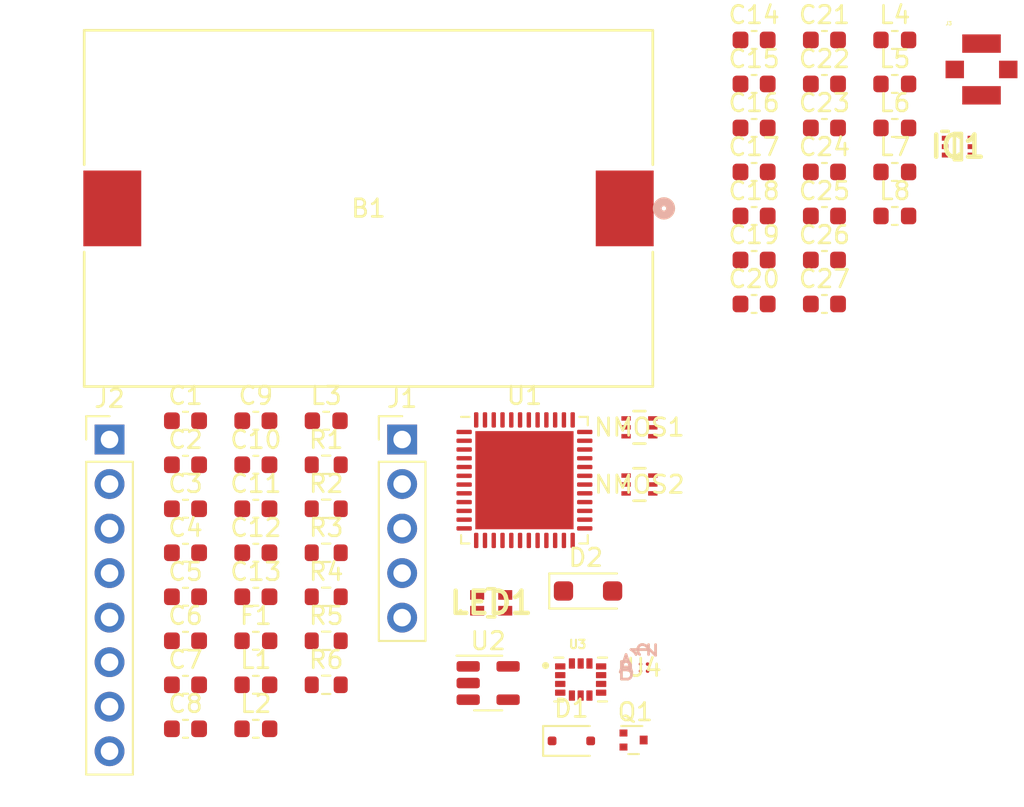
<source format=kicad_pcb>
(kicad_pcb (version 20221018) (generator pcbnew)
  (layers (0 "F.Cu" signal) (1 "In1.Cu" signal) (2 "In2.Cu" signal) (31 "B.Cu" signal) (34 "B.Paste" user) (35 "F.Paste" user) (36 "B.SilkS" user "B.Silkscreen") (37 "F.SilkS" user "F.Silkscreen") (38 "B.Mask" user) (39 "F.Mask" user) (44 "Edge.Cuts" user))
  (net 0 "")
  (net 1 "GND")
  (net 2 "+BATT")
  (net 3 "VDD")
  (net 4 "VDDA")
  (net 5 "/VDDRF1V55")
  (net 6 "VCC")
  (net 7 "/VR_PA")
  (net 8 "/RFI_N")
  (net 9 "/RFI_P")
  (net 10 "/RF/RF_RX")
  (net 11 "Net-(C19-Pad1)")
  (net 12 "/RFO_HP")
  (net 13 "Net-(C20-Pad1)")
  (net 14 "/RF/RF_HP_TX")
  (net 15 "Net-(IC1-RFC)")
  (net 16 "Net-(C23-Pad2)")
  (net 17 "Net-(C25-Pad1)")
  (net 18 "/RF_CTRL")
  (net 19 "/RF_nCTRL")
  (net 20 "+3V3")
  (net 21 "+3V0")
  (net 22 "/SWCLK")
  (net 23 "/SWDIO")
  (net 24 "/NRST")
  (net 27 "/SDA")
  (net 28 "/SCL")
  (net 29 "/UART_RX")
  (net 30 "/UART_TX")
  (net 31 "/VLXSMPS")
  (net 32 "Net-(U2-SW)")
  (net 33 "/LED_R")
  (net 34 "/LED_G")
  (net 35 "/LED_B")
  (net 36 "/MCU_LED_R")
  (net 37 "Net-(NMOS1-D2)")
  (net 38 "/MCU_LED_G")
  (net 39 "Net-(NMOS1-D1)")
  (net 40 "/MCU_LED_B")
  (net 41 "Net-(NMOS2-D1)")
  (net 47 "/MCU_FSYNC")
  (net 68 "/IMU_INT")
  (footprint "Inductor_SMD:L_0603_1608Metric" (layer "F.Cu") (at 27.691 55.823)
    (fp_text reference "L1" (at 0 -1.43) (layer "F.SilkS"))
    (fp_text value "15u")
    (fp_line (start -0.162779 -0.51) (end 0.162779 -0.51) (stroke (width 0.12)) (layer "F.SilkS"))
    (fp_line (start -0.162779 0.51) (end 0.162779 0.51) (stroke (width 0.12)) (layer "F.SilkS"))
    (pad "1" smd roundrect (at -0.7875 0) (size 0.875 0.95) (layers "F.Cu" "F.Paste" "F.Mask") (net 31 "/VLXSMPS"))
    (pad "2" smd roundrect (at 0.7875 0) (size 0.875 0.95) (layers "F.Cu" "F.Paste" "F.Mask") (net 5 "/VDDRF1V55"))
  )
  (footprint "EAST1616RGBB2:EAST1616RGBB2" (layer "F.Cu") (at 41.106 51.148)
    (fp_text reference "LED1" (at 0 0) (layer "F.SilkS") (effects (font (size 1.27 1.27) (thickness 0.254))))
    (fp_text value "EAST1616RGBB2" hide)
    (fp_line (start -1.8 0.45) (end -1.8 0.45) (stroke (width 0.1)) (layer "F.SilkS"))
    (fp_line (start -1.7 0.45) (end -1.7 0.45) (stroke (width 0.1)) (layer "F.SilkS"))
    (fp_line (start -0.2 -0.8) (end 0.2 -0.8) (stroke (width 0.2)) (layer "F.SilkS"))
    (fp_line (start -0.2 0.8) (end 0.2 0.8) (stroke (width 0.2)) (layer "F.SilkS"))
    (fp_arc (start -1.8 0.45) (mid -1.75 0.4) (end -1.7 0.45) (stroke (width 0.1)) (layer "F.SilkS"))
    (fp_arc (start -1.7 0.45) (mid -1.75 0.5) (end -1.8 0.45) (stroke (width 0.1)) (layer "F.SilkS"))
    (pad "1" smd rect (at -0.8 0.45 90) (size 0.55 0.8) (layers "F.Cu" "F.Paste" "F.Mask") (net 33 "/LED_R"))
    (pad "2" smd rect (at -0.8 -0.45 90) (size 0.55 0.8) (layers "F.Cu" "F.Paste" "F.Mask") (net 34 "/LED_G"))
    (pad "3" smd rect (at 0.8 -0.45 90) (size 0.55 0.8) (layers "F.Cu" "F.Paste" "F.Mask") (net 35 "/LED_B"))
    (pad "4" smd rect (at 0.8 0.45 90) (size 0.55 0.8) (layers "F.Cu" "F.Paste" "F.Mask") (net 6 "VCC"))
  )
  (footprint "Resistor_SMD:R_0603_1608Metric" (layer "F.Cu") (at 31.701 45.783)
    (fp_text reference "R2" (at 0 -1.43) (layer "F.SilkS"))
    (fp_text value "10K")
    (fp_line (start -0.237258 -0.5225) (end 0.237258 -0.5225) (stroke (width 0.12)) (layer "F.SilkS"))
    (fp_line (start -0.237258 0.5225) (end 0.237258 0.5225) (stroke (width 0.12)) (layer "F.SilkS"))
    (pad "1" smd roundrect (at -0.825 0) (size 0.8 0.95) (layers "F.Cu" "F.Paste" "F.Mask") (net 20 "+3V3"))
    (pad "2" smd roundrect (at 0.825 0) (size 0.8 0.95) (layers "F.Cu" "F.Paste" "F.Mask") (net 1 "GND"))
  )
  (footprint "Capacitor_SMD:C_0603_1608Metric" (layer "F.Cu") (at 23.681 43.273)
    (fp_text reference "C2" (at 0 -1.43) (layer "F.SilkS"))
    (fp_text value "0.1u")
    (fp_line (start -0.14058 -0.51) (end 0.14058 -0.51) (stroke (width 0.12)) (layer "F.SilkS"))
    (fp_line (start -0.14058 0.51) (end 0.14058 0.51) (stroke (width 0.12)) (layer "F.SilkS"))
    (pad "1" smd roundrect (at -0.775 0) (size 0.9 0.95) (layers "F.Cu" "F.Paste" "F.Mask") (net 3 "VDD"))
    (pad "2" smd roundrect (at 0.775 0) (size 0.9 0.95) (layers "F.Cu" "F.Paste" "F.Mask") (net 1 "GND"))
  )
  (footprint "Inductor_SMD:L_0603_1608Metric" (layer "F.Cu") (at 64.111 29.083)
    (fp_text reference "L8" (at 0 -1.43) (layer "F.SilkS"))
    (fp_text value "8.7n")
    (fp_line (start -0.162779 -0.51) (end 0.162779 -0.51) (stroke (width 0.12)) (layer "F.SilkS"))
    (fp_line (start -0.162779 0.51) (end 0.162779 0.51) (stroke (width 0.12)) (layer "F.SilkS"))
    (pad "1" smd roundrect (at -0.7875 0) (size 0.875 0.95) (layers "F.Cu" "F.Paste" "F.Mask") (net 16 "Net-(C23-Pad2)"))
    (pad "2" smd roundrect (at 0.7875 0) (size 0.875 0.95) (layers "F.Cu" "F.Paste" "F.Mask") (net 17 "Net-(C25-Pad1)"))
  )
  (footprint "Inductor_SMD:L_0603_1608Metric" (layer "F.Cu") (at 31.701 40.763)
    (fp_text reference "L3" (at 0 -1.43) (layer "F.SilkS"))
    (fp_text value "10u")
    (fp_line (start -0.162779 -0.51) (end 0.162779 -0.51) (stroke (width 0.12)) (layer "F.SilkS"))
    (fp_line (start -0.162779 0.51) (end 0.162779 0.51) (stroke (width 0.12)) (layer "F.SilkS"))
    (pad "1" smd roundrect (at -0.7875 0) (size 0.875 0.95) (layers "F.Cu" "F.Paste" "F.Mask") (net 3 "VDD"))
    (pad "2" smd roundrect (at 0.7875 0) (size 0.875 0.95) (layers "F.Cu" "F.Paste" "F.Mask") (net 4 "VDDA"))
  )
  (footprint "Capacitor_SMD:C_0603_1608Metric" (layer "F.Cu") (at 23.681 55.823)
    (fp_text reference "C7" (at 0 -1.43) (layer "F.SilkS"))
    (fp_text value "0.47u")
    (fp_line (start -0.14058 -0.51) (end 0.14058 -0.51) (stroke (width 0.12)) (layer "F.SilkS"))
    (fp_line (start -0.14058 0.51) (end 0.14058 0.51) (stroke (width 0.12)) (layer "F.SilkS"))
    (pad "1" smd roundrect (at -0.775 0) (size 0.9 0.95) (layers "F.Cu" "F.Paste" "F.Mask") (net 5 "/VDDRF1V55"))
    (pad "2" smd roundrect (at 0.775 0) (size 0.9 0.95) (layers "F.Cu" "F.Paste" "F.Mask") (net 1 "GND"))
  )
  (footprint "SSM6N44FE,LM:ES6" (layer "F.Cu") (at 49.5557 44.3989)
    (fp_text reference "NMOS2" (at 0 0 unlocked) (layer "F.SilkS"))
    (fp_text value "SSM6N44FE")
    (fp_line (start -0.335947 0.9271) (end 0.335947 0.9271) (stroke (width 0.1524)) (layer "F.SilkS"))
    (fp_line (start 0.335947 -0.9271) (end -0.335947 -0.9271) (stroke (width 0.1524)) (layer "F.SilkS"))
    (pad "1" smd rect (at -0.762 -0.508) (size 0.5334 0.254) (layers "F.Cu" "F.Paste" "F.Mask") (net 1 "GND"))
    (pad "2" smd rect (at -0.762 0) (size 0.5334 0.254) (layers "F.Cu" "F.Paste" "F.Mask") (net 40 "/MCU_LED_B"))
    (pad "3" smd rect (at -0.762 0.508) (size 0.5334 0.254) (layers "F.Cu" "F.Paste" "F.Mask") (net 19 "/RF_nCTRL"))
    (pad "4" smd rect (at 0.762 0.508) (size 0.5334 0.254) (layers "F.Cu" "F.Paste" "F.Mask") (net 1 "GND"))
    (pad "5" smd rect (at 0.762 0) (size 0.5334 0.254) (layers "F.Cu" "F.Paste" "F.Mask") (net 18 "/RF_CTRL"))
    (pad "6" smd rect (at 0.762 -0.508) (size 0.5334 0.254) (layers "F.Cu" "F.Paste" "F.Mask") (net 41 "Net-(NMOS2-D1)"))
  )
  (footprint "Inductor_SMD:L_0603_1608Metric" (layer "F.Cu") (at 64.111 26.573)
    (fp_text reference "L7" (at 0 -1.43) (layer "F.SilkS"))
    (fp_text value "8.2n")
    (fp_line (start -0.162779 -0.51) (end 0.162779 -0.51) (stroke (width 0.12)) (layer "F.SilkS"))
    (fp_line (start -0.162779 0.51) (end 0.162779 0.51) (stroke (width 0.12)) (layer "F.SilkS"))
    (pad "1" smd roundrect (at -0.7875 0) (size 0.875 0.95) (layers "F.Cu" "F.Paste" "F.Mask") (net 13 "Net-(C20-Pad1)"))
    (pad "2" smd roundrect (at 0.7875 0) (size 0.875 0.95) (layers "F.Cu" "F.Paste" "F.Mask") (net 14 "/RF/RF_HP_TX"))
  )
  (footprint "Inductor_SMD:L_0603_1608Metric" (layer "F.Cu") (at 64.111 24.063)
    (fp_text reference "L6" (at 0 -1.43) (layer "F.SilkS"))
    (fp_text value "10n")
    (fp_line (start -0.162779 -0.51) (end 0.162779 -0.51) (stroke (width 0.12)) (layer "F.SilkS"))
    (fp_line (start -0.162779 0.51) (end 0.162779 0.51) (stroke (width 0.12)) (layer "F.SilkS"))
    (pad "1" smd roundrect (at -0.7875 0) (size 0.875 0.95) (layers "F.Cu" "F.Paste" "F.Mask") (net 11 "Net-(C19-Pad1)"))
    (pad "2" smd roundrect (at 0.7875 0) (size 0.875 0.95) (layers "F.Cu" "F.Paste" "F.Mask") (net 13 "Net-(C20-Pad1)"))
  )
  (footprint "Connector_PinHeader_2.54mm:PinHeader_1x08_P2.54mm_Vertical" (layer "F.Cu") (at 19.351 41.833)
    (fp_text reference "J2" (at 0 -2.33) (layer "F.SilkS"))
    (fp_text value "Conn_01x08_Pin")
    (fp_line (start -1.33 -1.33) (end 0 -1.33) (stroke (width 0.12)) (layer "F.SilkS"))
    (fp_line (start -1.33 0) (end -1.33 -1.33) (stroke (width 0.12)) (layer "F.SilkS"))
    (fp_line (start -1.33 1.27) (end -1.33 19.11) (stroke (width 0.12)) (layer "F.SilkS"))
    (fp_line (start -1.33 1.27) (end 1.33 1.27) (stroke (width 0.12)) (layer "F.SilkS"))
    (fp_line (start -1.33 19.11) (end 1.33 19.11) (stroke (width 0.12)) (layer "F.SilkS"))
    (fp_line (start 1.33 1.27) (end 1.33 19.11) (stroke (width 0.12)) (layer "F.SilkS"))
    (pad "1" thru_hole rect (at 0 0) (size 1.7 1.7) (drill 1) (layers "*.Cu" "*.Mask") (net 1 "GND"))
    (pad "2" thru_hole oval (at 0 2.54) (size 1.7 1.7) (drill 1) (layers "*.Cu" "*.Mask") (net 1 "GND"))
    (pad "3" thru_hole oval (at 0 5.08) (size 1.7 1.7) (drill 1) (layers "*.Cu" "*.Mask"))
    (pad "4" thru_hole oval (at 0 7.62) (size 1.7 1.7) (drill 1) (layers "*.Cu" "*.Mask"))
    (pad "5" thru_hole oval (at 0 10.16) (size 1.7 1.7) (drill 1) (layers "*.Cu" "*.Mask") (net 27 "/SDA"))
    (pad "6" thru_hole oval (at 0 12.7) (size 1.7 1.7) (drill 1) (layers "*.Cu" "*.Mask") (net 28 "/SCL"))
    (pad "7" thru_hole oval (at 0 15.24) (size 1.7 1.7) (drill 1) (layers "*.Cu" "*.Mask") (net 29 "/UART_RX"))
    (pad "8" thru_hole oval (at 0 17.78) (size 1.7 1.7) (drill 1) (layers "*.Cu" "*.Mask") (net 30 "/UART_TX"))
  )
  (footprint "Capacitor_SMD:C_0603_1608Metric" (layer "F.Cu") (at 56.091 31.593)
    (fp_text reference "C19" (at 0 -1.43) (layer "F.SilkS"))
    (fp_text value "33p")
    (fp_line (start -0.14058 -0.51) (end 0.14058 -0.51) (stroke (width 0.12)) (layer "F.SilkS"))
    (fp_line (start -0.14058 0.51) (end 0.14058 0.51) (stroke (width 0.12)) (layer "F.SilkS"))
    (pad "1" smd roundrect (at -0.775 0) (size 0.9 0.95) (layers "F.Cu" "F.Paste" "F.Mask") (net 11 "Net-(C19-Pad1)"))
    (pad "2" smd roundrect (at 0.775 0) (size 0.9 0.95) (layers "F.Cu" "F.Paste" "F.Mask") (net 12 "/RFO_HP"))
  )
  (footprint "Resistor_SMD:R_0603_1608Metric" (layer "F.Cu") (at 31.701 50.803)
    (fp_text reference "R4" (at 0 -1.43) (layer "F.SilkS"))
    (fp_text value "220")
    (fp_line (start -0.237258 -0.5225) (end 0.237258 -0.5225) (stroke (width 0.12)) (layer "F.SilkS"))
    (fp_line (start -0.237258 0.5225) (end 0.237258 0.5225) (stroke (width 0.12)) (layer "F.SilkS"))
    (pad "1" smd roundrect (at -0.825 0) (size 0.8 0.95) (layers "F.Cu" "F.Paste" "F.Mask") (net 34 "/LED_G"))
    (pad "2" smd roundrect (at 0.825 0) (size 0.8 0.95) (layers "F.Cu" "F.Paste" "F.Mask") (net 37 "Net-(NMOS1-D2)"))
  )
  (footprint "Diode_SMD:D_SOD-123F" (layer "F.Cu") (at 46.626 50.473)
    (fp_text reference "D2" (at -0.127 -1.905) (layer "F.SilkS"))
    (fp_text value "D_Schottky")
    (fp_line (start -2.21 -1) (end -2.21 1) (stroke (width 0.12)) (layer "F.SilkS"))
    (fp_line (start -2.21 -1) (end 1.65 -1) (stroke (width 0.12)) (layer "F.SilkS"))
    (fp_line (start -2.21 1) (end 1.65 1) (stroke (width 0.12)) (layer "F.SilkS"))
    (pad "1" smd roundrect (at -1.4 0) (size 1.1 1.1) (layers "F.Cu" "F.Paste" "F.Mask") (roundrect_rratio 0.2272727273) (net 6 "VCC"))
    (pad "2" smd roundrect (at 1.4 0) (size 1.1 1.1) (layers "F.Cu" "F.Paste" "F.Mask") (roundrect_rratio 0.2272727273) (net 20 "+3V3"))
  )
  (footprint "Capacitor_SMD:C_0603_1608Metric" (layer "F.Cu") (at 60.101 29.083)
    (fp_text reference "C25" (at 0 -1.43) (layer "F.SilkS"))
    (fp_text value "3.3p")
    (fp_line (start -0.14058 -0.51) (end 0.14058 -0.51) (stroke (width 0.12)) (layer "F.SilkS"))
    (fp_line (start -0.14058 0.51) (end 0.14058 0.51) (stroke (width 0.12)) (layer "F.SilkS"))
    (pad "1" smd roundrect (at -0.775 0) (size 0.9 0.95) (layers "F.Cu" "F.Paste" "F.Mask") (net 17 "Net-(C25-Pad1)"))
    (pad "2" smd roundrect (at 0.775 0) (size 0.9 0.95) (layers "F.Cu" "F.Paste" "F.Mask") (net 1 "GND"))
  )
  (footprint "Resistor_SMD:R_0603_1608Metric" (layer "F.Cu") (at 31.701 55.823)
    (fp_text reference "R6" (at 0 -1.43) (layer "F.SilkS"))
    (fp_text value "10K")
    (fp_line (start -0.237258 -0.5225) (end 0.237258 -0.5225) (stroke (width 0.12)) (layer "F.SilkS"))
    (fp_line (start -0.237258 0.5225) (end 0.237258 0.5225) (stroke (width 0.12)) (layer "F.SilkS"))
    (pad "1" smd roundrect (at -0.825 0) (size 0.8 0.95) (layers "F.Cu" "F.Paste" "F.Mask") (net 6 "VCC"))
    (pad "2" smd roundrect (at 0.825 0) (size 0.8 0.95) (layers "F.Cu" "F.Paste" "F.Mask") (net 19 "/RF_nCTRL"))
  )
  (footprint "Inductor_SMD:L_0603_1608Metric" (layer "F.Cu") (at 27.691 58.333)
    (fp_text reference "L2" (at 0 -1.43) (layer "F.SilkS"))
    (fp_text value "10u")
    (fp_line (start -0.162779 -0.51) (end 0.162779 -0.51) (stroke (width 0.12)) (layer "F.SilkS"))
    (fp_line (start -0.162779 0.51) (end 0.162779 0.51) (stroke (width 0.12)) (layer "F.SilkS"))
    (pad "1" smd roundrect (at -0.7875 0) (size 0.875 0.95) (layers "F.Cu" "F.Paste" "F.Mask") (net 32 "Net-(U2-SW)"))
    (pad "2" smd roundrect (at 0.7875 0) (size 0.875 0.95) (layers "F.Cu" "F.Paste" "F.Mask") (net 3 "VDD"))
  )
  (footprint "Capacitor_SMD:C_0603_1608Metric" (layer "F.Cu") (at 60.101 34.103)
    (fp_text reference "C27" (at 0 -1.43) (layer "F.SilkS"))
    (fp_text value "1n")
    (fp_line (start -0.14058 -0.51) (end 0.14058 -0.51) (stroke (width 0.12)) (layer "F.SilkS"))
    (fp_line (start -0.14058 0.51) (end 0.14058 0.51) (stroke (width 0.12)) (layer "F.SilkS"))
    (pad "1" smd roundrect (at -0.775 0) (size 0.9 0.95) (layers "F.Cu" "F.Paste" "F.Mask") (net 1 "GND"))
    (pad "2" smd roundrect (at 0.775 0) (size 0.9 0.95) (layers "F.Cu" "F.Paste" "F.Mask") (net 19 "/RF_nCTRL"))
  )
  (footprint "Capacitor_SMD:C_0603_1608Metric" (layer "F.Cu") (at 23.681 48.293)
    (fp_text reference "C4" (at 0 -1.43) (layer "F.SilkS"))
    (fp_text value "1u")
    (fp_line (start -0.14058 -0.51) (end 0.14058 -0.51) (stroke (width 0.12)) (layer "F.SilkS"))
    (fp_line (start -0.14058 0.51) (end 0.14058 0.51) (stroke (width 0.12)) (layer "F.SilkS"))
    (pad "1" smd roundrect (at -0.775 0) (size 0.9 0.95) (layers "F.Cu" "F.Paste" "F.Mask") (net 4 "VDDA"))
    (pad "2" smd roundrect (at 0.775 0) (size 0.9 0.95) (layers "F.Cu" "F.Paste" "F.Mask") (net 1 "GND"))
  )
  (footprint "Diode_SMD:D_SOD-323F" (layer "F.Cu") (at 45.676 59.023)
    (fp_text reference "D1" (at 0 -1.85) (layer "F.SilkS"))
    (fp_text value "D_TVS")
    (fp_line (start -1.61 -0.85) (end -1.61 0.85) (stroke (width 0.12)) (layer "F.SilkS"))
    (fp_line (start -1.61 -0.85) (end 1.05 -0.85) (stroke (width 0.12)) (layer "F.SilkS"))
    (fp_line (start -1.61 0.85) (end 1.05 0.85) (stroke (width 0.12)) (layer "F.SilkS"))
    (pad "1" smd roundrect (at -1.1 0) (size 0.5 0.5) (layers "F.Cu" "F.Paste" "F.Mask") (net 1 "GND"))
    (pad "2" smd roundrect (at 1.1 0) (size 0.5 0.5) (layers "F.Cu" "F.Paste" "F.Mask") (net 2 "+BATT"))
  )
  (footprint "Capacitor_SMD:C_0603_1608Metric" (layer "F.Cu") (at 23.681 45.783)
    (fp_text reference "C3" (at 0 -1.43) (layer "F.SilkS"))
    (fp_text value "0.1u")
    (fp_line (start -0.14058 -0.51) (end 0.14058 -0.51) (stroke (width 0.12)) (layer "F.SilkS"))
    (fp_line (start -0.14058 0.51) (end 0.14058 0.51) (stroke (width 0.12)) (layer "F.SilkS"))
    (pad "1" smd roundrect (at -0.775 0) (size 0.9 0.95) (layers "F.Cu" "F.Paste" "F.Mask") (net 3 "VDD"))
    (pad "2" smd roundrect (at 0.775 0) (size 0.9 0.95) (layers "F.Cu" "F.Paste" "F.Mask") (net 1 "GND"))
  )
  (footprint "Capacitor_SMD:C_0603_1608Metric" (layer "F.Cu") (at 27.691 45.783)
    (fp_text reference "C11" (at 0 -1.43) (layer "F.SilkS"))
    (fp_text value "10n")
    (fp_line (start -0.14058 -0.51) (end 0.14058 -0.51) (stroke (width 0.12)) (layer "F.SilkS"))
    (fp_line (start -0.14058 0.51) (end 0.14058 0.51) (stroke (width 0.12)) (layer "F.SilkS"))
    (pad "1" smd roundrect (at -0.775 0) (size 0.9 0.95) (layers "F.Cu" "F.Paste" "F.Mask") (net 3 "VDD"))
    (pad "2" smd roundrect (at 0.775 0) (size 0.9 0.95) (layers "F.Cu" "F.Paste" "F.Mask") (net 1 "GND"))
  )
  (footprint "Fuse:Fuse_0603_1608Metric" (layer "F.Cu") (at 27.691 53.313)
    (fp_text reference "F1" (at 0 -1.43) (layer "F.SilkS"))
    (fp_text value "Fuse")
    (fp_line (start -0.162779 -0.51) (end 0.162779 -0.51) (stroke (width 0.12)) (layer "F.SilkS"))
    (fp_line (start -0.162779 0.51) (end 0.162779 0.51) (stroke (width 0.12)) (layer "F.SilkS"))
    (pad "1" smd roundrect (at -0.7875 0) (size 0.875 0.95) (layers "F.Cu" "F.Paste" "F.Mask") (net 2 "+BATT"))
    (pad "2" smd roundrect (at 0.7875 0) (size 0.875 0.95) (layers "F.Cu" "F.Paste" "F.Mask") (net 21 "+3V0"))
  )
  (footprint "Capacitor_SMD:C_0603_1608Metric" (layer "F.Cu") (at 56.091 19.043)
    (fp_text reference "C14" (at 0 -1.43) (layer "F.SilkS"))
    (fp_text value "10n")
    (fp_line (start -0.14058 -0.51) (end 0.14058 -0.51) (stroke (width 0.12)) (layer "F.SilkS"))
    (fp_line (start -0.14058 0.51) (end 0.14058 0.51) (stroke (width 0.12)) (layer "F.SilkS"))
    (pad "1" smd roundrect (at -0.775 0) (size 0.9 0.95) (layers "F.Cu" "F.Paste" "F.Mask") (net 1 "GND"))
    (pad "2" smd roundrect (at 0.775 0) (size 0.9 0.95) (layers "F.Cu" "F.Paste" "F.Mask") (net 7 "/VR_PA"))
  )
  (footprint "Capacitor_SMD:C_0603_1608Metric" (layer "F.Cu") (at 56.091 21.553)
    (fp_text reference "C15" (at 0 -1.43) (layer "F.SilkS"))
    (fp_text value "47p")
    (fp_line (start -0.14058 -0.51) (end 0.14058 -0.51) (stroke (width 0.12)) (layer "F.SilkS"))
    (fp_line (start -0.14058 0.51) (end 0.14058 0.51) (stroke (width 0.12)) (layer "F.SilkS"))
    (pad "1" smd roundrect (at -0.775 0) (size 0.9 0.95) (layers "F.Cu" "F.Paste" "F.Mask") (net 1 "GND"))
    (pad "2" smd roundrect (at 0.775 0) (size 0.9 0.95) (layers "F.Cu" "F.Paste" "F.Mask") (net 7 "/VR_PA"))
  )
  (footprint "Capacitor_SMD:C_0603_1608Metric" (layer "F.Cu") (at 23.681 50.803)
    (fp_text reference "C5" (at 0 -1.43) (layer "F.SilkS"))
    (fp_text value "4.7u")
    (fp_line (start -0.14058 -0.51) (end 0.14058 -0.51) (stroke (width 0.12)) (layer "F.SilkS"))
    (fp_line (start -0.14058 0.51) (end 0.14058 0.51) (stroke (width 0.12)) (layer "F.SilkS"))
    (pad "1" smd roundrect (at -0.775 0) (size 0.9 0.95) (layers "F.Cu" "F.Paste" "F.Mask") (net 3 "VDD"))
    (pad "2" smd roundrect (at 0.775 0) (size 0.9 0.95) (layers "F.Cu" "F.Paste" "F.Mask") (net 1 "GND"))
  )
  (footprint "SSM6N44FE,LM:ES6" (layer "F.Cu") (at 49.5557 41.1383)
    (fp_text reference "NMOS1" (at 0 0 unlocked) (layer "F.SilkS"))
    (fp_text value "SSM6N44FE")
    (fp_line (start -0.335947 0.9271) (end 0.335947 0.9271) (stroke (width 0.1524)) (layer "F.SilkS"))
    (fp_line (start 0.335947 -0.9271) (end -0.335947 -0.9271) (stroke (width 0.1524)) (layer "F.SilkS"))
    (pad "1" smd rect (at -0.762 -0.508) (size 0.5334 0.254) (layers "F.Cu" "F.Paste" "F.Mask") (net 1 "GND"))
    (pad "2" smd rect (at -0.762 0) (size 0.5334 0.254) (layers "F.Cu" "F.Paste" "F.Mask") (net 36 "/MCU_LED_R"))
    (pad "3" smd rect (at -0.762 0.508) (size 0.5334 0.254) (layers "F.Cu" "F.Paste" "F.Mask") (net 37 "Net-(NMOS1-D2)"))
    (pad "4" smd rect (at 0.762 0.508) (size 0.5334 0.254) (layers "F.Cu" "F.Paste" "F.Mask") (net 1 "GND"))
    (pad "5" smd rect (at 0.762 0) (size 0.5334 0.254) (layers "F.Cu" "F.Paste" "F.Mask") (net 38 "/MCU_LED_G"))
    (pad "6" smd rect (at 0.762 -0.508) (size 0.5334 0.254) (layers "F.Cu" "F.Paste" "F.Mask") (net 39 "Net-(NMOS1-D1)"))
  )
  (footprint "Resistor_SMD:R_0603_1608Metric" (layer "F.Cu") (at 31.701 53.313)
    (fp_text reference "R5" (at 0 -1.43) (layer "F.SilkS"))
    (fp_text value "220")
    (fp_line (start -0.237258 -0.5225) (end 0.237258 -0.5225) (stroke (width 0.12)) (layer "F.SilkS"))
    (fp_line (start -0.237258 0.5225) (end 0.237258 0.5225) (stroke (width 0.12)) (layer "F.SilkS"))
    (pad "1" smd roundrect (at -0.825 0) (size 0.8 0.95) (layers "F.Cu" "F.Paste" "F.Mask") (net 35 "/LED_B"))
    (pad "2" smd roundrect (at 0.825 0) (size 0.8 0.95) (layers "F.Cu" "F.Paste" "F.Mask") (net 41 "Net-(NMOS2-D1)"))
  )
  (footprint "Resistor_SMD:R_0603_1608Metric" (layer "F.Cu") (at 31.701 48.293)
    (fp_text reference "R3" (at 0 -1.43) (layer "F.SilkS"))
    (fp_text value "330")
    (fp_line (start -0.237258 -0.5225) (end 0.237258 -0.5225) (stroke (width 0.12)) (layer "F.SilkS"))
    (fp_line (start -0.237258 0.5225) (end 0.237258 0.5225) (stroke (width 0.12)) (layer "F.SilkS"))
    (pad "1" smd roundrect (at -0.825 0) (size 0.8 0.95) (layers "F.Cu" "F.Paste" "F.Mask") (net 33 "/LED_R"))
    (pad "2" smd roundrect (at 0.825 0) (size 0.8 0.95) (layers "F.Cu" "F.Paste" "F.Mask") (net 39 "Net-(NMOS1-D1)"))
  )
  (footprint "AK09918C:BGA4_WL-CSP_AKM" (layer "F.Cu") (at 49.8205 54.8425)
    (fp_text reference "U4" (at 0 0 unlocked) (layer "F.SilkS"))
    (fp_text value "AK09918C")
    (fp_text user "2" (at 0.2 -1.0287 90 unlocked) (layer "B.SilkS"))
    (fp_text user "1" (at -0.2 -1.0287 90 unlocked) (layer "B.SilkS"))
    (fp_text user "A" (at -1.0287 -0.2 unlocked) (layer "B.SilkS"))
    (fp_text user "B" (at -1.0287 0.2 unlocked) (layer "B.SilkS"))
    (fp_text user "B" (at -1.0287 0.2 unlocked) (layer "F.SilkS"))
    (fp_text user "1" (at -0.2 -1.0287 90 unlocked) (layer "F.SilkS"))
    (fp_text user "A" (at -1.0287 -0.2 unlocked) (layer "F.SilkS"))
    (fp_text user "2" (at 0.2 -1.0287 90 unlocked) (layer "F.SilkS"))
    (pad "A1" smd circle (at -0.2 -0.2) (size 0.2032 0.2032) (layers "F.Cu" "F.Paste" "F.Mask") (net 1 "GND"))
    (pad "A2" smd circle (at 0.2 -0.2) (size 0.2032 0.2032) (layers "F.Cu" "F.Paste" "F.Mask") (net 28 "/SCL"))
    (pad "B1" smd circle (at -0.2 0.2) (size 0.2032 0.2032) (layers "F.Cu" "F.Paste" "F.Mask") (net 3 "VDD"))
    (pad "B2" smd circle (at 0.2 0.2) (size 0.2032 0.2032) (layers "F.Cu" "F.Paste" "F.Mask") (net 27 "/SDA"))
  )
  (footprint "Capacitor_SMD:C_0603_1608Metric" (layer "F.Cu") (at 56.091 24.063)
    (fp_text reference "C16" (at 0 -1.43) (layer "F.SilkS"))
    (fp_text value "2.4p")
    (fp_line (start -0.14058 -0.51) (end 0.14058 -0.51) (stroke (width 0.12)) (layer "F.SilkS"))
    (fp_line (start -0.14058 0.51) (end 0.14058 0.51) (stroke (width 0.12)) (layer "F.SilkS"))
    (pad "1" smd roundrect (at -0.775 0) (size 0.9 0.95) (layers "F.Cu" "F.Paste" "F.Mask") (net 8 "/RFI_N"))
    (pad "2" smd roundrect (at 0.775 0) (size 0.9 0.95) (layers "F.Cu" "F.Paste" "F.Mask") (net 1 "GND"))
  )
  (footprint "Capacitor_SMD:C_0603_1608Metric" (layer "F.Cu") (at 56.091 29.083)
    (fp_text reference "C18" (at 0 -1.43) (layer "F.SilkS"))
    (fp_text value "1.8p")
    (fp_line (start -0.14058 -0.51) (end 0.14058 -0.51) (stroke (width 0.12)) (layer "F.SilkS"))
    (fp_line (start -0.14058 0.51) (end 0.14058 0.51) (stroke (width 0.12)) (layer "F.SilkS"))
    (pad "1" smd roundrect (at -0.775 0) (size 0.9 0.95) (layers "F.Cu" "F.Paste" "F.Mask") (net 1 "GND"))
    (pad "2" smd roundrect (at 0.775 0) (size 0.9 0.95) (layers "F.Cu" "F.Paste" "F.Mask") (net 10 "/RF/RF_RX"))
  )
  (footprint "Package_TO_SOT_SMD:SOT-23-5" (layer "F.Cu") (at 40.931 55.723)
    (fp_text reference "U2" (at 0 -2.4) (layer "F.SilkS"))
    (fp_text value "TPS62202DBV")
    (fp_line (start 0 -1.56) (end -1.8 -1.56) (stroke (width 0.12)) (layer "F.SilkS"))
    (fp_line (start 0 -1.56) (end 0.8 -1.56) (stroke (width 0.12)) (layer "F.SilkS"))
    (fp_line (start 0 1.56) (end -0.8 1.56) (stroke (width 0.12)) (layer "F.SilkS"))
    (fp_line (start 0 1.56) (end 0.8 1.56) (stroke (width 0.12)) (layer "F.SilkS"))
    (pad "1" smd roundrect (at -1.1375 -0.95) (size 1.325 0.6) (layers "F.Cu" "F.Paste" "F.Mask") (net 6 "VCC"))
    (pad "2" smd roundrect (at -1.1375 0) (size 1.325 0.6) (layers "F.Cu" "F.Paste" "F.Mask") (net 1 "GND"))
    (pad "3" smd roundrect (at -1.1375 0.95) (size 1.325 0.6) (layers "F.Cu" "F.Paste" "F.Mask") (net 6 "VCC"))
    (pad "4" smd roundrect (at 1.1375 0.95) (size 1.325 0.6) (layers "F.Cu" "F.Paste" "F.Mask") (net 3 "VDD"))
    (pad "5" smd roundrect (at 1.1375 -0.95) (size 1.325 0.6) (layers "F.Cu" "F.Paste" "F.Mask") (net 32 "Net-(U2-SW)"))
  )
  (footprint "Resistor_SMD:R_0603_1608Metric" (layer "F.Cu") (at 31.701 43.273)
    (fp_text reference "R1" (at 0 -1.43) (layer "F.SilkS"))
    (fp_text value "10K")
    (fp_line (start -0.237258 -0.5225) (end 0.237258 -0.5225) (stroke (width 0.12)) (layer "F.SilkS"))
    (fp_line (start -0.237258 0.5225) (end 0.237258 0.5225) (stroke (width 0.12)) (layer "F.SilkS"))
    (pad "1" smd roundrect (at -0.825 0) (size 0.8 0.95) (layers "F.Cu" "F.Paste" "F.Mask") (net 3 "VDD"))
    (pad "2" smd roundrect (at 0.825 0) (size 0.8 0.95) (layers "F.Cu" "F.Paste" "F.Mask") (net 24 "/NRST"))
  )
  (footprint "Package_DFN_QFN:QFN-48-1EP_7x7mm_P0.5mm_EP5.6x5.6mm" (layer "F.Cu") (at 43.001 44.153)
    (fp_text reference "U1" (at 0 -4.82) (layer "F.SilkS"))
    (fp_text value "STM32WLE5C8Ux")
    (fp_line (start -3.61 3.61) (end -3.61 3.135) (stroke (width 0.12)) (layer "F.SilkS"))
    (fp_line (start -3.135 -3.61) (end -3.61 -3.61) (stroke (width 0.12)) (layer "F.SilkS"))
    (fp_line (start -3.135 3.61) (end -3.61 3.61) (stroke (width 0.12)) (layer "F.SilkS"))
    (fp_line (start 3.135 -3.61) (end 3.61 -3.61) (stroke (width 0.12)) (layer "F.SilkS"))
    (fp_line (start 3.135 3.61) (end 3.61 3.61) (stroke (width 0.12)) (layer "F.SilkS"))
    (fp_line (start 3.61 -3.61) (end 3.61 -3.135) (stroke (width 0.12)) (layer "F.SilkS"))
    (fp_line (start 3.61 3.61) (end 3.61 3.135) (stroke (width 0.12)) (layer "F.SilkS"))
    (pad "1" smd roundrect (at -3.4375 -2.75) (size 0.875 0.25) (layers "F.Cu" "F.Paste" "F.Mask"))
    (pad "2" smd roundrect (at -3.4375 -2.25) (size 0.875 0.25) (layers "F.Cu" "F.Paste" "F.Mask"))
    (pad "3" smd roundrect (at -3.4375 -1.75) (size 0.875 0.25) (layers "F.Cu" "F.Paste" "F.Mask"))
    (pad "4" smd roundrect (at -3.4375 -1.25) (size 0.875 0.25) (layers "F.Cu" "F.Paste" "F.Mask") (net 28 "/SCL"))
    (pad "5" smd roundrect (at -3.4375 -0.75) (size 0.875 0.25) (layers "F.Cu" "F.Paste" "F.Mask") (net 27 "/SDA"))
    (pad "6" smd roundrect (at -3.4375 -0.25) (size 0.875 0.25) (layers "F.Cu" "F.Paste" "F.Mask") (net 18 "/RF_CTRL"))
    (pad "7" smd roundrect (at -3.4375 0.25) (size 0.875 0.25) (layers "F.Cu" "F.Paste" "F.Mask") (net 36 "/MCU_LED_R"))
    (pad "8" smd roundrect (at -3.4375 0.75) (size 0.875 0.25) (layers "F.Cu" "F.Paste" "F.Mask") (net 38 "/MCU_LED_G"))
    (pad "9" smd roundrect (at -3.4375 1.25) (size 0.875 0.25) (layers "F.Cu" "F.Paste" "F.Mask") (net 40 "/MCU_LED_B"))
    (pad "10" smd roundrect (at -3.4375 1.75) (size 0.875 0.25) (layers "F.Cu" "F.Paste" "F.Mask"))
    (pad "11" smd roundrect (at -3.4375 2.25) (size 0.875 0.25) (layers "F.Cu" "F.Paste" "F.Mask") (net 3 "VDD"))
    (pad "12" smd roundrect (at -3.4375 2.75) (size 0.875 0.25) (layers "F.Cu" "F.Paste" "F.Mask"))
    (pad "13" smd roundrect (at -2.75 3.4375) (size 0.25 0.875) (layers "F.Cu" "F.Paste" "F.Mask") (net 47 "/MCU_FSYNC"))
    (pad "14" smd roundrect (at -2.25 3.4375) (size 0.25 0.875) (layers "F.Cu" "F.Paste" "F.Mask"))
    (pad "15" smd roundrect (at -1.75 3.4375) (size 0.25 0.875) (layers "F.Cu" "F.Paste" "F.Mask"))
    (pad "16" smd roundrect (at -1.25 3.4375) (size 0.25 0.875) (layers "F.Cu" "F.Paste" "F.Mask"))
    (pad "17" smd roundrect (at -0.75 3.4375) (size 0.25 0.875) (layers "F.Cu" "F.Paste" "F.Mask") (net 30 "/UART_TX"))
    (pad "18" smd roundrect (at -0.25 3.4375) (size 0.25 0.875) (layers "F.Cu" "F.Paste" "F.Mask") (net 24 "/NRST"))
    (pad "19" smd roundrect (at 0.25 3.4375) (size 0.25 0.875) (layers "F.Cu" "F.Paste" "F.Mask"))
    (pad "20" smd roundrect (at 0.75 3.4375) (size 0.25 0.875) (layers "F.Cu" "F.Paste" "F.Mask") (net 9 "/RFI_P"))
    (pad "21" smd roundrect (at 1.25 3.4375) (size 0.25 0.875) (layers "F.Cu" "F.Paste" "F.Mask") (net 8 "/RFI_N"))
    (pad "22" smd roundrect (at 1.75 3.4375) (size 0.25 0.875) (layers "F.Cu" "F.Paste" "F.Mask"))
    (pad "23" smd roundrect (at 2.25 3.4375) (size 0.25 0.875) (layers "F.Cu" "F.Paste" "F.Mask") (net 12 "/RFO_HP"))
    (pad "24" smd roundrect (at 2.75 3.4375) (size 0.25 0.875) (layers "F.Cu" "F.Paste" "F.Mask") (net 7 "/VR_PA"))
    (pad "25" smd roundrect (at 3.4375 2.75) (size 0.875 0.25) (layers "F.Cu" "F.Paste" "F.Mask") (net 3 "VDD"))
    (pad "26" smd roundrect (at 3.4375 2.25) (size 0.875 0.25) (layers "F.Cu" "F.Paste" "F.Mask"))
    (pad "27" smd roundrect (at 3.4375 1.75) (size 0.875 0.25) (layers "F.Cu" "F.Paste" "F.Mask"))
    (pad "28" smd roundrect (at 3.4375 1.25) (size 0.875 0.25) (layers "F.Cu" "F.Paste" "F.Mask") (net 3 "VDD"))
    (pad "29" smd roundrect (at 3.4375 0.75) (size 0.875 0.25) (layers "F.Cu" "F.Paste" "F.Mask") (net 5 "/VDDRF1V55"))
    (pad "30" smd roundrect (at 3.4375 0.25) (size 0.875 0.25) (layers "F.Cu" "F.Paste" "F.Mask"))
    (pad "31" smd roundrect (at 3.4375 -0.25) (size 0.875 0.25) (layers "F.Cu" "F.Paste" "F.Mask"))
    (pad "32" smd roundrect (at 3.4375 -0.75) (size 0.875 0.25) (layers "F.Cu" "F.Paste" "F.Mask"))
    (pad "33" smd roundrect (at 3.4375 -1.25) (size 0.875 0.25) (layers "F.Cu" "F.Paste" "F.Mask") (net 29 "/UART_RX"))
    (pad "34" smd roundrect (at 3.4375 -1.75) (size 0.875 0.25) (layers "F.Cu" "F.Paste" "F.Mask"))
    (pad "35" smd roundrect (at 3.4375 -2.25) (size 0.875 0.25) (layers "F.Cu" "F.Paste" "F.Mask"))
    (pad "36" smd roundrect (at 3.4375 -2.75) (size 0.875 0.25) (layers "F.Cu" "F.Paste" "F.Mask") (net 23 "/SWDIO"))
    (pad "37" smd roundrect (at 2.75 -3.4375) (size 0.25 0.875) (layers "F.Cu" "F.Paste" "F.Mask") (net 6 "VCC"))
    (pad "38" smd roundrect (at 2.25 -3.4375) (size 0.25 0.875) (layers "F.Cu" "F.Paste" "F.Mask"))
    (pad "39" smd roundrect (at 1.75 -3.4375) (size 0.25 0.875) (layers "F.Cu" "F.Paste" "F.Mask"))
    (pad "40" smd roundrect (at 1.25 -3.4375) (size 0.25 0.875) (layers "F.Cu" "F.Paste" "F.Mask"))
    (pad "41" smd roundrect (at 0.75 -3.4375) (size 0.25 0.875) (layers "F.Cu" "F.Paste" "F.Mask") (net 4 "VDDA"))
    (pad "42" smd roundrect (at 0.25 -3.4375) (size 0.25 0.875) (layers "F.Cu" "F.Paste" "F.Mask") (net 22 "/SWCLK"))
    (pad "43" smd roundrect (at -0.25 -3.4375) (size 0.25 0.875) (layers "F.Cu" "F.Paste" "F.Mask"))
    (pad "44" smd roundrect (at -0.75 -3.4375) (size 0.25 0.875) (layers "F.Cu" "F.Paste" "F.Mask") (net 3 "VDD"))
    (pad "45" smd roundrect (at -1.25 -3.4375) (size 0.25 0.875) (layers "F.Cu" "F.Paste" "F.Mask") (net 5 "/VDDRF1V55"))
    (pad "46" smd roundrect (at -1.75 -3.4375) (size 0.25 0.875) (layers "F.Cu" "F.Paste" "F.Mask") (net 3 "VDD"))
    (pad "47" smd roundrect (at -2.25 -3.4375) (size 0.25 0.875) (layers "F.Cu" "F.Paste" "F.Mask") (net 31 "/VLXSMPS"))
    (pad "48" smd roundrect (at -2.75 -3.4375) (size 0.25 0.875) (layers "F.Cu" "F.Paste" "F.Mask") (net 1 "GND"))
    (pad "49" smd rect (at 0 0) (size 5.6 5.6) (layers "F.Cu" "F.Mask") (net 1 "GND"))
  )
  (footprint "A-1JB:AMPHENOL_A-1JB" (layer "F.Cu") (at 69.0545 20.7265)
    (fp_text reference "J3" (at -1.86559 -2.62783) (layer "F.SilkS") (effects (font (size 0.200063 0.200063))))
    (fp_text value "A-1JB")
    (pad "GND1" smd rect (at 0 -1.475) (size 2.2 1.05) (layers "F.Cu" "F.Paste" "F.Mask") (net 1 "GND"))
    (pad "GND2" smd rect (at 0 1.475) (size 2.2 1.05) (layers "F.Cu" "F.Paste" "F.Mask") (net 1 "GND"))
    (pad "OPTIONAL_GND" smd rect (at -1.525 0) (size 1.05 1) (layers "F.Cu" "F.Paste" "F.Mask") (net 1 "GND"))
    (pad "SIGNAL" smd rect (at 1.525 0) (size 1.05 1) (layers "F.Cu" "F.Paste" "F.Mask") (net 17 "Net-(C25-Pad1)"))
  )
  (footprint "ICM-42688-P:PQFN50P300X250X97-14N" (layer "F.Cu") (at 46.206 55.523)
    (fp_text reference "U3" (at -0.176 -2.0048) (layer "F.SilkS") (effects (font (size 0.48 0.48))))
    (fp_text value "ICM-42688-P")
    (fp_line (start -1.5 -1.25) (end -0.99 -1.25) (stroke (width 0.127)) (layer "F.SilkS"))
    (fp_line (start -1.5 1.25) (end -0.99 1.25) (stroke (width 0.127)) (layer "F.SilkS"))
    (fp_line (start 0.99 -1.25) (end 1.5 -1.25) (stroke (width 0.127)) (layer "F.SilkS"))
    (fp_line (start 1.5 1.25) (end 0.99 1.25) (stroke (width 0.127)) (layer "F.SilkS"))
    (fp_circle (center -2 -0.8) (end -1.9 -0.8) (stroke (width 0.2)) (fill none) (layer "F.SilkS"))
    (pad "1" smd roundrect (at -1.165 -0.75) (size 0.59 0.35) (layers "F.Cu" "F.Paste") (roundrect_rratio 0.09) (net 1 "GND"))
    (pad "2" smd roundrect (at -1.165 -0.25) (size 0.59 0.35) (layers "F.Cu" "F.Paste") (roundrect_rratio 0.09))
    (pad "3" smd roundrect (at -1.165 0.25) (size 0.59 0.35) (layers "F.Cu" "F.Paste") (roundrect_rratio 0.09))
    (pad "4" smd roundrect (at -1.165 0.75) (size 0.59 0.35) (layers "F.Cu" "F.Paste") (roundrect_rratio 0.09) (net 68 "/IMU_INT"))
    (pad "5" smd roundrect (at -0.5 0.915 90) (size 0.59 0.35) (layers "F.Cu" "F.Paste") (roundrect_rratio 0.09) (net 3 "VDD"))
    (pad "6" smd roundrect (at 0 0.915 90) (size 0.59 0.35) (layers "F.Cu" "F.Paste") (roundrect_rratio 0.09) (net 1 "GND"))
    (pad "7" smd roundrect (at 0.5 0.915 90) (size 0.59 0.35) (layers "F.Cu" "F.Paste") (roundrect_rratio 0.09) (net 1 "GND"))
    (pad "8" smd roundrect (at 1.165 0.75 180) (size 0.59 0.35) (layers "F.Cu" "F.Paste") (roundrect_rratio 0.09) (net 3 "VDD"))
    (pad "9" smd roundrect (at 1.165 0.25 180) (size 0.59 0.35) (layers "F.Cu" "F.Paste") (roundrect_rratio 0.09) (net 47 "/MCU_FSYNC"))
    (pad "10" smd roundrect (at 1.165 -0.25 180) (size 0.59 0.35) (layers "F.Cu" "F.Paste") (roundrect_rratio 0.09))
    (pad "11" smd roundrect (at 1.165 -0.75 180) (size 0.59 0.35) (layers "F.Cu" "F.Paste") (roundrect_rratio 0.09))
    (pad "12" smd roundrect (at 0.5 -0.915 270) (size 0.59 0.35) (layers "F.Cu" "F.Paste") (roundrect_rratio 0.09) (net 3 "VDD"))
    (pad "13" smd roundrect (at 0 -0.915 270) (size 0.59 0.35) (layers "F.Cu" "F.Paste") (roundrect_rratio 0.09) (net 28 "/SCL"))
    (pad "14" smd roundrect (at -0.5 -0.915 270) (size 0.59 0.35) (layers "F.Cu" "F.Paste") (roundrect_rratio 0.09) (net 27 "/SDA"))
  )
  (footprint "BU2032SM-JJ-GTR:BU2032SM-JJ-GTR_MPD" (layer "F.Cu") (at 34.1122 28.6512)
    (fp_text reference "B1" (at 0 0 unlocked) (layer "F.SilkS"))
    (fp_text value "BU2032SM-JJ-GTR")
    (fp_circle (center 16.8402 0) (end 17.2212 0) (stroke (width 0.508)) (fill none) (layer "B.SilkS"))
    (fp_line (start -16.2052 -10.16) (end -16.2052 -2.49174) (stroke (width 0.1524)) (layer "F.SilkS"))
    (fp_line (start -16.2052 2.49174) (end -16.2052 10.16) (stroke (width 0.1524)) (layer "F.SilkS"))
    (fp_line (start -16.2052 10.16) (end 16.2052 10.16) (stroke (width 0.1524)) (layer "F.SilkS"))
    (fp_line (start 16.2052 -10.16) (end -16.2052 -10.16) (stroke (width 0.1524)) (layer "F.SilkS"))
    (fp_line (start 16.2052 -2.49174) (end 16.2052 -10.16) (stroke (width 0.1524)) (layer "F.SilkS"))
    (fp_line (start 16.2052 10.16) (end 16.2052 2.49174) (stroke (width 0.1524)) (layer "F.SilkS"))
    (fp_arc (start 16.76654 -0.373812) (mid 17.082168 -0.294301) (end 17.2212 0) (stroke (width 0.508)) (layer "F.SilkS"))
    (fp_arc (start 17.2212 0) (mid 17.082168 0.2943) (end 16.76654 0.373812) (stroke (width 0.508)) (layer "F.SilkS"))
    (pad "1" smd rect (at 14.605 0) (size 3.302 4.318) (layers "F.Cu" "F.Paste" "F.Mask") (net 1 "GND"))
    (pad "2" smd rect (at -14.605 0) (size 3.302 4.318) (layers "F.Cu" "F.Paste" "F.Mask") (net 2 "+BATT"))
  )
  (footprint "Connector_PinHeader_2.54mm:PinHeader_1x05_P2.54mm_Vertical" (layer "F.Cu") (at 36.031 41.833)
    (fp_text reference "J1" (at 0 -2.33) (layer "F.SilkS"))
    (fp_text value "Conn_01x05_Pin")
    (fp_line (start -1.33 -1.33) (end 0 -1.33) (stroke (width 0.12)) (layer "F.SilkS"))
    (fp_line (start -1.33 0) (end -1.33 -1.33) (stroke (width 0.12)) (layer "F.SilkS"))
    (fp_line (start -1.33 1.27) (end -1.33 11.49) (stroke (width 0.12)) (layer "F.SilkS"))
    (fp_line (start -1.33 1.27) (end 1.33 1.27) (stroke (width 0.12)) (layer "F.SilkS"))
    (fp_line (start -1.33 11.49) (end 1.33 11.49) (stroke (width 0.12)) (layer "F.SilkS"))
    (fp_line (start 1.33 1.27) (end 1.33 11.49) (stroke (width 0.12)) (layer "F.SilkS"))
    (pad "1" thru_hole rect (at 0 0) (size 1.7 1.7) (drill 1) (layers "*.Cu" "*.Mask") (net 1 "GND"))
    (pad "2" thru_hole oval (at 0 2.54) (size 1.7 1.7) (drill 1) (layers "*.Cu" "*.Mask") (net 20 "+3V3"))
    (pad "3" thru_hole oval (at 0 5.08) (size 1.7 1.7) (drill 1) (layers "*.Cu" "*.Mask") (net 22 "/SWCLK"))
    (pad "4" thru_hole oval (at 0 7.62) (size 1.7 1.7) (drill 1) (layers "*.Cu" "*.Mask") (net 23 "/SWDIO"))
    (pad "5" thru_hole oval (at 0 10.16) (size 1.7 1.7) (drill 1) (layers "*.Cu" "*.Mask") (net 24 "/NRST"))
  )
  (footprint "Capacitor_SMD:C_0603_1608Metric" (layer "F.Cu") (at 60.101 19.043)
    (fp_text reference "C21" (at 0 -1.43) (layer "F.SilkS"))
    (fp_text value "1.2p")
    (fp_line (start -0.14058 -0.51) (end 0.14058 -0.51) (stroke (width 0.12)) (layer "F.SilkS"))
    (fp_line (start -0.14058 0.51) (end 0.14058 0.51) (stroke (width 0.12)) (layer "F.SilkS"))
    (pad "1" smd roundrect (at -0.775 0) (size 0.9 0.95) (layers "F.Cu" "F.Paste" "F.Mask") (net 13 "Net-(C20-Pad1)"))
    (pad "2" smd roundrect (at 0.775 0) (size 0.9 0.95) (layers "F.Cu" "F.Paste" "F.Mask") (net 14 "/RF/RF_HP_TX"))
  )
  (footprint "Capacitor_SMD:C_0603_1608Metric" (layer "F.Cu") (at 27.691 43.273)
    (fp_text reference "C10" (at 0 -1.43) (layer "F.SilkS"))
    (fp_text value "0.1u")
    (fp_line (start -0.14058 -0.51) (end 0.14058 -0.51) (stroke (width 0.12)) (layer "F.SilkS"))
    (fp_line (start -0.14058 0.51) (end 0.14058 0.51) (stroke (width 0.12)) (layer "F.SilkS"))
    (pad "1" smd roundrect (at -0.775 0) (size 0.9 0.95) (layers "F.Cu" "F.Paste" "F.Mask") (net 3 "VDD"))
    (pad "2" smd roundrect (at 0.775 0) (size 0.9 0.95) (layers "F.Cu" "F.Paste" "F.Mask") (net 1 "GND"))
  )
  (footprint "Capacitor_SMD:C_0603_1608Metric" (layer "F.Cu") (at 23.681 40.763)
    (fp_text reference "C1" (at 0 -1.43) (layer "F.SilkS"))
    (fp_text value "4.7u")
    (fp_line (start -0.14058 -0.51) (end 0.14058 -0.51) (stroke (width 0.12)) (layer "F.SilkS"))
    (fp_line (start -0.14058 0.51) (end 0.14058 0.51) (stroke (width 0.12)) (layer "F.SilkS"))
    (pad "1" smd roundrect (at -0.775 0) (size 0.9 0.95) (layers "F.Cu" "F.Paste" "F.Mask") (net 3 "VDD"))
    (pad "2" smd roundrect (at 0.775 0) (size 0.9 0.95) (layers "F.Cu" "F.Paste" "F.Mask") (net 1 "GND"))
  )
  (footprint "Capacitor_SMD:C_0603_1608Metric" (layer "F.Cu") (at 27.691 50.803)
    (fp_text reference "C13" (at 0 -1.43) (layer "F.SilkS"))
    (fp_text value "2.2u")
    (fp_line (start -0.14058 -0.51) (end 0.14058 -0.51) (stroke (width 0.12)) (layer "F.SilkS"))
    (fp_line (start -0.14058 0.51) (end 0.14058 0.51) (stroke (width 0.12)) (layer "F.SilkS"))
    (pad "1" smd roundrect (at -0.775 0) (size 0.9 0.95) (layers "F.Cu" "F.Paste" "F.Mask") (net 3 "VDD"))
    (pad "2" smd roundrect (at 0.775 0) (size 0.9 0.95) (layers "F.Cu" "F.Paste" "F.Mask") (net 1 "GND"))
  )
  (footprint "Capacitor_SMD:C_0603_1608Metric" (layer "F.Cu") (at 60.101 26.573)
    (fp_text reference "C24" (at 0 -1.43) (layer "F.SilkS"))
    (fp_text value "3.3p")
    (fp_line (start -0.14058 -0.51) (end 0.14058 -0.51) (stroke (width 0.12)) (layer "F.SilkS"))
    (fp_line (start -0.14058 0.51) (end 0.14058 0.51) (stroke (width 0.12)) (layer "F.SilkS"))
    (pad "1" smd roundrect (at -0.775 0) (size 0.9 0.95) (layers "F.Cu" "F.Paste" "F.Mask") (net 16 "Net-(C23-Pad2)"))
    (pad "2" smd roundrect (at 0.775 0) (size 0.9 0.95) (layers "F.Cu" "F.Paste" "F.Mask") (net 1 "GND"))
  )
  (footprint "Capacitor_SMD:C_0603_1608Metric" (layer "F.Cu") (at 23.681 53.313)
    (fp_text reference "C6" (at 0 -1.43) (layer "F.SilkS"))
    (fp_text value "10n")
    (fp_line (start -0.14058 -0.51) (end 0.14058 -0.51) (stroke (width 0.12)) (layer "F.SilkS"))
    (fp_line (start -0.14058 0.51) (end 0.14058 0.51) (stroke (width 0.12)) (layer "F.SilkS"))
    (pad "1" smd roundrect (at -0.775 0) (size 0.9 0.95) (layers "F.Cu" "F.Paste" "F.Mask") (net 4 "VDDA"))
    (pad "2" smd roundrect (at 0.775 0) (size 0.9 0.95) (layers "F.Cu" "F.Paste" "F.Mask") (net 1 "GND"))
  )
  (footprint "Capacitor_SMD:C_0603_1608Metric" (layer "F.Cu") (at 60.101 21.553)
    (fp_text reference "C22" (at 0 -1.43) (layer "F.SilkS"))
    (fp_text value "1.8p")
    (fp_line (start -0.14058 -0.51) (end 0.14058 -0.51) (stroke (width 0.12)) (layer "F.SilkS"))
    (fp_line (start -0.14058 0.51) (end 0.14058 0.51) (stroke (width 0.12)) (layer "F.SilkS"))
    (pad "1" smd roundrect (at -0.775 0) (size 0.9 0.95) (layers "F.Cu" "F.Paste" "F.Mask") (net 14 "/RF/RF_HP_TX"))
    (pad "2" smd roundrect (at 0.775 0) (size 0.9 0.95) (layers "F.Cu" "F.Paste" "F.Mask") (net 1 "GND"))
  )
  (footprint "Capacitor_SMD:C_0603_1608Metric" (layer "F.Cu") (at 60.101 24.063)
    (fp_text reference "C23" (at 0 -1.43) (layer "F.SilkS"))
    (fp_text value "33p")
    (fp_line (start -0.14058 -0.51) (end 0.14058 -0.51) (stroke (width 0.12)) (layer "F.SilkS"))
    (fp_line (start -0.14058 0.51) (end 0.14058 0.51) (stroke (width 0.12)) (layer "F.SilkS"))
    (pad "1" smd roundrect (at -0.775 0) (size 0.9 0.95) (layers "F.Cu" "F.Paste" "F.Mask") (net 15 "Net-(IC1-RFC)"))
    (pad "2" smd roundrect (at 0.775 0) (size 0.9 0.95) (layers "F.Cu" "F.Paste" "F.Mask") (net 16 "Net-(C23-Pad2)"))
  )
  (footprint "Capacitor_SMD:C_0603_1608Metric" (layer "F.Cu") (at 56.091 26.573)
    (fp_text reference "C17" (at 0 -1.43) (layer "F.SilkS"))
    (fp_text value "4.7p")
    (fp_line (start -0.14058 -0.51) (end 0.14058 -0.51) (stroke (width 0.12)) (layer "F.SilkS"))
    (fp_line (start -0.14058 0.51) (end 0.14058 0.51) (stroke (width 0.12)) (layer "F.SilkS"))
    (pad "1" smd roundrect (at -0.775 0) (size 0.9 0.95) (layers "F.Cu" "F.Paste" "F.Mask") (net 9 "/RFI_P"))
    (pad "2" smd roundrect (at 0.775 0) (size 0.9 0.95) (layers "F.Cu" "F.Paste" "F.Mask") (net 10 "/RF/RF_RX"))
  )
  (footprint "Capacitor_SMD:C_0603_1608Metric" (layer "F.Cu") (at 56.091 34.103)
    (fp_text reference "C20" (at 0 -1.43) (layer "F.SilkS"))
    (fp_text value "4.7p")
    (fp_line (start -0.14058 -0.51) (end 0.14058 -0.51) (stroke (width 0.12)) (layer "F.SilkS"))
    (fp_line (start -0.14058 0.51) (end 0.14058 0.51) (stroke (width 0.12)) (layer "F.SilkS"))
    (pad "1" smd roundrect (at -0.775 0) (size 0.9 0.95) (layers "F.Cu" "F.Paste" "F.Mask") (net 13 "Net-(C20-Pad1)"))
    (pad "2" smd roundrect (at 0.775 0) (size 0.9 0.95) (layers "F.Cu" "F.Paste" "F.Mask") (net 1 "GND"))
  )
  (footprint "Inductor_SMD:L_0603_1608Metric" (layer "F.Cu") (at 64.111 19.043)
    (fp_text reference "L4" (at 0 -1.43) (layer "F.SilkS"))
    (fp_text value "33n")
    (fp_line (start -0.162779 -0.51) (end 0.162779 -0.51) (stroke (width 0.12)) (layer "F.SilkS"))
    (fp_line (start -0.162779 0.51) (end 0.162779 0.51) (stroke (width 0.12)) (layer "F.SilkS"))
    (pad "1" smd roundrect (at -0.7875 0) (size 0.875 0.95) (layers "F.Cu" "F.Paste" "F.Mask") (net 7 "/VR_PA"))
    (pad "2" smd roundrect (at 0.7875 0) (size 0.875 0.95) (layers "F.Cu" "F.Paste" "F.Mask") (net 12 "/RFO_HP"))
  )
  (footprint "Capacitor_SMD:C_0603_1608Metric" (layer "F.Cu") (at 27.691 40.763)
    (fp_text reference "C9" (at 0 -1.43) (layer "F.SilkS"))
    (fp_text value "10u")
    (fp_line (start -0.14058 -0.51) (end 0.14058 -0.51) (stroke (width 0.12)) (layer "F.SilkS"))
    (fp_line (start -0.14058 0.51) (end 0.14058 0.51) (stroke (width 0.12)) (layer "F.SilkS"))
    (pad "1" smd roundrect (at -0.775 0) (size 0.9 0.95) (layers "F.Cu" "F.Paste" "F.Mask") (net 6 "VCC"))
    (pad "2" smd roundrect (at 0.775 0) (size 0.9 0.95) (layers "F.Cu" "F.Paste" "F.Mask") (net 1 "GND"))
  )
  (footprint "Package_TO_SOT_SMD:SOT-723" (layer "F.Cu") (at 49.221 58.973)
    (fp_text reference "Q1" (at 0.1 -1.6) (layer "F.SilkS"))
    (fp_text value "PMOS")
    (fp_line (start 0.3 0.8) (end -0.3 0.8) (stroke (width 0.12)) (layer "F.SilkS"))
    (fp_line (start 0.5 -0.8) (end -0.7 -0.8) (stroke (width 0.12)) (layer "F.SilkS"))
    (pad "1" smd rect (at -0.575 -0.4) (size 0.45 0.4) (layers "F.Cu" "F.Paste" "F.Mask") (net 21 "+3V0"))
    (pad "2" smd rect (at -0.575 0.4) (size 0.45 0.4) (layers "F.Cu" "F.Paste" "F.Mask") (net 20 "+3V3"))
    (pad "3" smd rect (at 0.575 0) (size 0.45 0.5) (layers "F.Cu" "F.Paste" "F.Mask") (net 6 "VCC"))
  )
  (footprint "CG2214M6-C2:SOTFL48P130X55-6N" (layer "F.Cu") (at 67.711 25.128)
    (fp_text reference "IC1" (at 0 0) (layer "F.SilkS") (effects (font (size 1.27 1.27) (thickness 0.254))))
    (fp_text value "CG2214M6-C2" hide)
    (fp_line (start -0.92 -0.87) (end -0.55 -0.87) (stroke (width 0.2)) (layer "F.SilkS"))
    (fp_line (start -0.2 -0.75) (end 0.2 -0.75) (stroke (width 0.2)) (layer "F.SilkS"))
    (fp_line (start -0.2 0.75) (end -0.2 -0.75) (stroke (width 0.2)) (layer "F.SilkS"))
    (fp_line (start 0.2 -0.75) (end 0.2 0.75) (stroke (width 0.2)) (layer "F.SilkS"))
    (fp_line (start 0.2 0.75) (end -0.2 0.75) (stroke (width 0.2)) (layer "F.SilkS"))
    (pad "1" smd rect (at -0.735 -0.48 90) (size 0.28 0.37) (layers "F.Cu" "F.Paste" "F.Mask") (net 10 "/RF/RF_RX"))
    (pad "2" smd rect (at -0.735 0 90) (size 0.28 0.37) (layers "F.Cu" "F.Paste" "F.Mask") (net 1 "GND"))
    (pad "3" smd rect (at -0.735 0.48 90) (size 0.28 0.37) (layers "F.Cu" "F.Paste" "F.Mask") (net 14 "/RF/RF_HP_TX"))
    (pad "4" smd rect (at 0.735 0.48 90) (size 0.28 0.37) (layers "F.Cu" "F.Paste" "F.Mask") (net 18 "/RF_CTRL"))
    (pad "5" smd rect (at 0.735 0 90) (size 0.28 0.37) (layers "F.Cu" "F.Paste" "F.Mask") (net 15 "Net-(IC1-RFC)"))
    (pad "6" smd rect (at 0.735 -0.48 90) (size 0.28 0.37) (layers "F.Cu" "F.Paste" "F.Mask") (net 19 "/RF_nCTRL"))
  )
  (footprint "Capacitor_SMD:C_0603_1608Metric" (layer "F.Cu") (at 60.101 31.593)
    (fp_text reference "C26" (at 0 -1.43) (layer "F.SilkS"))
    (fp_text value "1n")
    (fp_line (start -0.14058 -0.51) (end 0.14058 -0.51) (stroke (width 0.12)) (layer "F.SilkS"))
    (fp_line (start -0.14058 0.51) (end 0.14058 0.51) (stroke (width 0.12)) (layer "F.SilkS"))
    (pad "1" smd roundrect (at -0.775 0) (size 0.9 0.95) (layers "F.Cu" "F.Paste" "F.Mask") (net 18 "/RF_CTRL"))
    (pad "2" smd roundrect (at 0.775 0) (size 0.9 0.95) (layers "F.Cu" "F.Paste" "F.Mask") (net 1 "GND"))
  )
  (footprint "Capacitor_SMD:C_0603_1608Metric" (layer "F.Cu") (at 27.691 48.293)
    (fp_text reference "C12" (at 0 -1.43) (layer "F.SilkS"))
    (fp_text value "0.1u")
    (fp_line (start -0.14058 -0.51) (end 0.14058 -0.51) (stroke (width 0.12)) (layer "F.SilkS"))
    (fp_line (start -0.14058 0.51) (end 0.14058 0.51) (stroke (width 0.12)) (layer "F.SilkS"))
    (pad "1" smd roundrect (at -0.775 0) (size 0.9 0.95) (layers "F.Cu" "F.Paste" "F.Mask") (net 3 "VDD"))
    (pad "2" smd roundrect (at 0.775 0) (size 0.9 0.95) (layers "F.Cu" "F.Paste" "F.Mask") (net 1 "GND"))
  )
  (footprint "Capacitor_SMD:C_0603_1608Metric" (layer "F.Cu") (at 23.681 58.333)
    (fp_text reference "C8" (at 0 -1.43) (layer "F.SilkS"))
    (fp_text value "10u")
    (fp_line (start -0.14058 -0.51) (end 0.14058 -0.51) (stroke (width 0.12)) (layer "F.SilkS"))
    (fp_line (start -0.14058 0.51) (end 0.14058 0.51) (stroke (width 0.12)) (layer "F.SilkS"))
    (pad "1" smd roundrect (at -0.775 0) (size 0.9 0.95) (layers "F.Cu" "F.Paste" "F.Mask") (net 3 "VDD"))
    (pad "2" smd roundrect (at 0.775 0) (size 0.9 0.95) (layers "F.Cu" "F.Paste" "F.Mask") (net 1 "GND"))
  )
  (footprint "Inductor_SMD:L_0603_1608Metric" (layer "F.Cu") (at 64.111 21.553)
    (fp_text reference "L5" (at 0 -1.43) (layer "F.SilkS"))
    (fp_text value "10n")
    (fp_line (start -0.162779 -0.51) (end 0.162779 -0.51) (stroke (width 0.12)) (layer "F.SilkS"))
    (fp_line (start -0.162779 0.51) (end 0.162779 0.51) (stroke (width 0.12)) (layer "F.SilkS"))
    (pad "1" smd roundrect (at -0.7875 0) (size 0.875 0.95) (layers "F.Cu" "F.Paste" "F.Mask") (net 9 "/RFI_P"))
    (pad "2" smd roundrect (at 0.7875 0) (size 0.875 0.95) (layers "F.Cu" "F.Paste" "F.Mask") (net 8 "/RFI_N"))
  )
)
</source>
